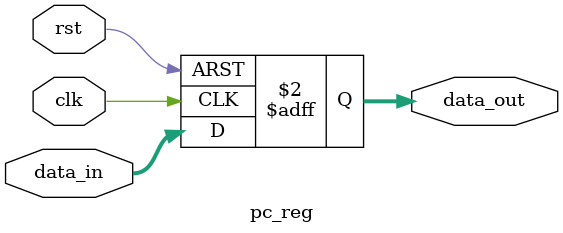
<source format=v>
`timescale 1ns / 1ps
module pc_reg(
    input clk, // 1 Î»ÊäÈë£¬¼Ä´æÆ÷Ê±ÖÓÐÅºÅ£¬ÉÏÉýÑØÊ±ÎªPC¼Ä´æÆ÷¸³Öµ
    input rst, // 1 Î»ÊäÈë£¬ÖØÖÃÐÅºÅ£¬¸ßµçÆ½Ê±½«PC ¼Ä´æÆ÷ÇåÁã
    input [31 : 0] data_in, // 31 Î»ÊäÈë£¬ÊäÈëÊý¾Ý½«±»´æÈë¼Ä´æÆ÷ÄÚ²¿
    output reg [31 : 0] data_out // 31 Î»Êä³ö£¬¹¤×÷Ê±Ê¼ÖÕÊä³öPC ¼Ä´æÆ÷ÄÚ²¿´æ´¢µÄÖµ
    );
always@(posedge rst or posedge clk)
    if(rst) data_out <= 0;
	 else  data_out <= data_in;
endmodule 
</source>
